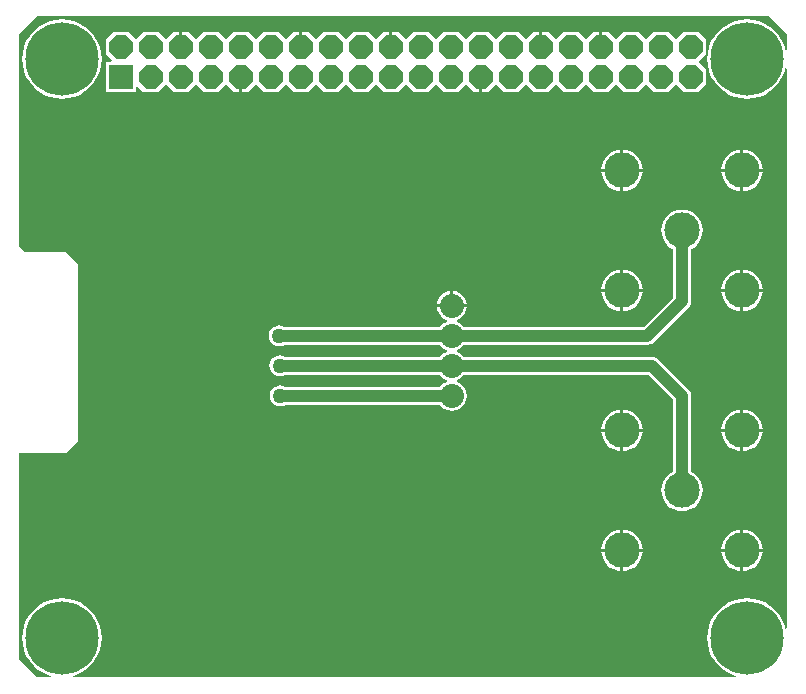
<source format=gbl>
G04 Layer_Physical_Order=2*
G04 Layer_Color=16711680*
%FSLAX43Y43*%
%MOMM*%
G71*
G01*
G75*
%ADD10C,1.000*%
%ADD12C,6.200*%
%ADD13C,2.032*%
%ADD14P,2.199X8X112.5*%
%ADD15R,2.032X2.032*%
%ADD16C,3.000*%
%ADD17C,1.270*%
G36*
X63888Y55647D02*
X64888Y54647D01*
Y54147D01*
Y53299D01*
X64761Y53284D01*
X64700Y53540D01*
X64498Y54027D01*
X64222Y54478D01*
X63879Y54879D01*
X63478Y55222D01*
X63027Y55498D01*
X62540Y55700D01*
X62026Y55823D01*
X61500Y55864D01*
X60974Y55823D01*
X60460Y55700D01*
X59973Y55498D01*
X59522Y55222D01*
X59121Y54879D01*
X58778Y54478D01*
X58502Y54027D01*
X58300Y53540D01*
X58177Y53026D01*
X58136Y52500D01*
X58177Y51974D01*
X58300Y51460D01*
X58502Y50973D01*
X58778Y50522D01*
X59121Y50121D01*
X59522Y49778D01*
X59973Y49502D01*
X60460Y49300D01*
X60974Y49177D01*
X61500Y49136D01*
X62026Y49177D01*
X62540Y49300D01*
X63027Y49502D01*
X63478Y49778D01*
X63879Y50121D01*
X64222Y50522D01*
X64498Y50973D01*
X64700Y51460D01*
X64761Y51716D01*
X64888Y51701D01*
Y4299D01*
X64761Y4284D01*
X64700Y4540D01*
X64498Y5027D01*
X64222Y5478D01*
X63879Y5879D01*
X63478Y6222D01*
X63027Y6498D01*
X62540Y6700D01*
X62026Y6823D01*
X61500Y6864D01*
X60974Y6823D01*
X60460Y6700D01*
X59973Y6498D01*
X59522Y6222D01*
X59121Y5879D01*
X58778Y5478D01*
X58502Y5027D01*
X58300Y4540D01*
X58177Y4026D01*
X58136Y3500D01*
X58177Y2974D01*
X58300Y2460D01*
X58502Y1973D01*
X58778Y1522D01*
X59121Y1121D01*
X59522Y778D01*
X59973Y502D01*
X60460Y300D01*
X60569Y274D01*
X60553Y147D01*
X4447D01*
X4431Y274D01*
X4540Y300D01*
X5027Y502D01*
X5478Y778D01*
X5879Y1121D01*
X6222Y1522D01*
X6498Y1973D01*
X6700Y2460D01*
X6823Y2974D01*
X6864Y3500D01*
X6823Y4026D01*
X6700Y4540D01*
X6498Y5027D01*
X6222Y5478D01*
X5879Y5879D01*
X5478Y6222D01*
X5027Y6498D01*
X4540Y6700D01*
X4026Y6823D01*
X3500Y6864D01*
X2974Y6823D01*
X2460Y6700D01*
X1973Y6498D01*
X1522Y6222D01*
X1121Y5879D01*
X778Y5478D01*
X502Y5027D01*
X300Y4540D01*
X177Y4026D01*
X136Y3500D01*
X177Y2974D01*
X300Y2460D01*
X502Y1973D01*
X778Y1522D01*
X1121Y1121D01*
X1522Y778D01*
X1973Y502D01*
X2460Y300D01*
X2569Y274D01*
X2553Y147D01*
X1388D01*
X-112Y1647D01*
Y19147D01*
X3888D01*
X4388Y19647D01*
X4888Y20147D01*
Y35147D01*
X3888Y36147D01*
X388D01*
Y36147D01*
X-112Y36647D01*
Y53647D01*
Y54647D01*
X1388Y56147D01*
X63388D01*
X63888Y55647D01*
D02*
G37*
%LPC*%
G36*
X57395Y54810D02*
X56125D01*
X55490Y54175D01*
X54855Y54810D01*
X53585D01*
X52950Y54175D01*
X52315Y54810D01*
X51045D01*
X50410Y54175D01*
X49775Y54810D01*
X49267D01*
Y53540D01*
X49013D01*
Y54810D01*
X48505D01*
X47870Y54175D01*
X47235Y54810D01*
X45965D01*
X45330Y54175D01*
X44695Y54810D01*
X44187D01*
Y53540D01*
X43933D01*
Y54810D01*
X43425D01*
X42790Y54175D01*
X42155Y54810D01*
X40885D01*
X40250Y54175D01*
X39615Y54810D01*
X38345D01*
X37710Y54175D01*
X37075Y54810D01*
X35805D01*
X35170Y54175D01*
X34535Y54810D01*
X33265D01*
X32630Y54175D01*
X31995Y54810D01*
X31487D01*
Y53540D01*
X31233D01*
Y54810D01*
X30725D01*
X30090Y54175D01*
X29455Y54810D01*
X28185D01*
X27550Y54175D01*
X26915Y54810D01*
X25645D01*
X25010Y54175D01*
X24375Y54810D01*
X23867D01*
Y53540D01*
X23613D01*
Y54810D01*
X23105D01*
X22470Y54175D01*
X21835Y54810D01*
X20565D01*
X19930Y54175D01*
X19295Y54810D01*
X18025D01*
X17390Y54175D01*
X16755Y54810D01*
X15485D01*
X14850Y54175D01*
X14215Y54810D01*
X13707D01*
Y53540D01*
X13453D01*
Y54810D01*
X12945D01*
X12310Y54175D01*
X11675Y54810D01*
X10405D01*
X9770Y54175D01*
X9135Y54810D01*
X7865D01*
X7230Y54175D01*
Y52905D01*
X7748Y52387D01*
X7699Y52270D01*
X7230D01*
Y49730D01*
X9770D01*
Y50199D01*
X9887Y50248D01*
X10405Y49730D01*
X11675D01*
X12310Y50365D01*
X12945Y49730D01*
X14215D01*
X14850Y50365D01*
X15485Y49730D01*
X16755D01*
X17390Y50365D01*
X18025Y49730D01*
X18533D01*
Y51000D01*
X18787D01*
Y49730D01*
X19295D01*
X19930Y50365D01*
X20565Y49730D01*
X21835D01*
X22470Y50365D01*
X23105Y49730D01*
X24375D01*
X25010Y50365D01*
X25645Y49730D01*
X26915D01*
X27550Y50365D01*
X28185Y49730D01*
X29455D01*
X30090Y50365D01*
X30725Y49730D01*
X31995D01*
X32630Y50365D01*
X33265Y49730D01*
X34535D01*
X35170Y50365D01*
X35805Y49730D01*
X37075D01*
X37710Y50365D01*
X38345Y49730D01*
X38853D01*
Y51000D01*
X39107D01*
Y49730D01*
X39615D01*
X40250Y50365D01*
X40885Y49730D01*
X42155D01*
X42790Y50365D01*
X43425Y49730D01*
X44695D01*
X45330Y50365D01*
X45965Y49730D01*
X47235D01*
X47870Y50365D01*
X48505Y49730D01*
X49775D01*
X50410Y50365D01*
X51045Y49730D01*
X52315D01*
X52950Y50365D01*
X53585Y49730D01*
X54855D01*
X55490Y50365D01*
X56125Y49730D01*
X57395D01*
X58030Y50365D01*
Y51635D01*
X57395Y52270D01*
X58030Y52905D01*
Y54175D01*
X57395Y54810D01*
D02*
G37*
G36*
X3500Y55864D02*
X2974Y55823D01*
X2460Y55700D01*
X1973Y55498D01*
X1522Y55222D01*
X1121Y54879D01*
X778Y54478D01*
X502Y54027D01*
X300Y53540D01*
X177Y53026D01*
X136Y52500D01*
X177Y51974D01*
X300Y51460D01*
X502Y50973D01*
X778Y50522D01*
X1121Y50121D01*
X1522Y49778D01*
X1973Y49502D01*
X2460Y49300D01*
X2974Y49177D01*
X3500Y49136D01*
X4026Y49177D01*
X4540Y49300D01*
X5027Y49502D01*
X5478Y49778D01*
X5879Y50121D01*
X6222Y50522D01*
X6498Y50973D01*
X6700Y51460D01*
X6823Y51974D01*
X6864Y52500D01*
X6823Y53026D01*
X6700Y53540D01*
X6498Y54027D01*
X6222Y54478D01*
X5879Y54879D01*
X5478Y55222D01*
X5027Y55498D01*
X4540Y55700D01*
X4026Y55823D01*
X3500Y55864D01*
D02*
G37*
G36*
X61207Y44830D02*
Y43207D01*
X62830D01*
X62809Y43424D01*
X62708Y43754D01*
X62545Y44059D01*
X62326Y44326D01*
X62059Y44545D01*
X61754Y44708D01*
X61424Y44809D01*
X61207Y44830D01*
D02*
G37*
G36*
X60953D02*
X60736Y44809D01*
X60406Y44708D01*
X60101Y44545D01*
X59834Y44326D01*
X59615Y44059D01*
X59452Y43754D01*
X59351Y43424D01*
X59330Y43207D01*
X60953D01*
Y44830D01*
D02*
G37*
G36*
X51047D02*
Y43207D01*
X52670D01*
X52649Y43424D01*
X52548Y43754D01*
X52385Y44059D01*
X52166Y44326D01*
X51899Y44545D01*
X51594Y44708D01*
X51264Y44809D01*
X51047Y44830D01*
D02*
G37*
G36*
X50793D02*
X50576Y44809D01*
X50246Y44708D01*
X49941Y44545D01*
X49674Y44326D01*
X49455Y44059D01*
X49292Y43754D01*
X49191Y43424D01*
X49170Y43207D01*
X50793D01*
Y44830D01*
D02*
G37*
G36*
X62830Y42953D02*
X61207D01*
Y41330D01*
X61424Y41351D01*
X61754Y41452D01*
X62059Y41615D01*
X62326Y41834D01*
X62545Y42101D01*
X62708Y42406D01*
X62809Y42736D01*
X62830Y42953D01*
D02*
G37*
G36*
X60953D02*
X59330D01*
X59351Y42736D01*
X59452Y42406D01*
X59615Y42101D01*
X59834Y41834D01*
X60101Y41615D01*
X60406Y41452D01*
X60736Y41351D01*
X60953Y41330D01*
Y42953D01*
D02*
G37*
G36*
X52670D02*
X51047D01*
Y41330D01*
X51264Y41351D01*
X51594Y41452D01*
X51899Y41615D01*
X52166Y41834D01*
X52385Y42101D01*
X52548Y42406D01*
X52649Y42736D01*
X52670Y42953D01*
D02*
G37*
G36*
X50793D02*
X49170D01*
X49191Y42736D01*
X49292Y42406D01*
X49455Y42101D01*
X49674Y41834D01*
X49941Y41615D01*
X50246Y41452D01*
X50576Y41351D01*
X50793Y41330D01*
Y42953D01*
D02*
G37*
G36*
X61207Y34670D02*
Y33047D01*
X62830D01*
X62809Y33264D01*
X62708Y33594D01*
X62545Y33899D01*
X62326Y34166D01*
X62059Y34385D01*
X61754Y34548D01*
X61424Y34649D01*
X61207Y34670D01*
D02*
G37*
G36*
X60953D02*
X60736Y34649D01*
X60406Y34548D01*
X60101Y34385D01*
X59834Y34166D01*
X59615Y33899D01*
X59452Y33594D01*
X59351Y33264D01*
X59330Y33047D01*
X60953D01*
Y34670D01*
D02*
G37*
G36*
X51047D02*
Y33047D01*
X52670D01*
X52649Y33264D01*
X52548Y33594D01*
X52385Y33899D01*
X52166Y34166D01*
X51899Y34385D01*
X51594Y34548D01*
X51264Y34649D01*
X51047Y34670D01*
D02*
G37*
G36*
X50793D02*
X50576Y34649D01*
X50246Y34548D01*
X49941Y34385D01*
X49674Y34166D01*
X49455Y33899D01*
X49292Y33594D01*
X49191Y33264D01*
X49170Y33047D01*
X50793D01*
Y34670D01*
D02*
G37*
G36*
X36627Y32884D02*
Y31747D01*
X37764D01*
X37737Y31952D01*
X37609Y32260D01*
X37406Y32526D01*
X37140Y32729D01*
X36832Y32857D01*
X36627Y32884D01*
D02*
G37*
G36*
X36373Y32884D02*
X36168Y32857D01*
X35860Y32729D01*
X35594Y32526D01*
X35391Y32260D01*
X35263Y31952D01*
X35236Y31747D01*
X36373D01*
Y32884D01*
D02*
G37*
G36*
X62830Y32793D02*
X61207D01*
Y31170D01*
X61424Y31191D01*
X61754Y31292D01*
X62059Y31455D01*
X62326Y31674D01*
X62545Y31941D01*
X62708Y32246D01*
X62809Y32576D01*
X62830Y32793D01*
D02*
G37*
G36*
X60953D02*
X59330D01*
X59351Y32576D01*
X59452Y32246D01*
X59615Y31941D01*
X59834Y31674D01*
X60101Y31455D01*
X60406Y31292D01*
X60736Y31191D01*
X60953Y31170D01*
Y32793D01*
D02*
G37*
G36*
X52670D02*
X51047D01*
Y31170D01*
X51264Y31191D01*
X51594Y31292D01*
X51899Y31455D01*
X52166Y31674D01*
X52385Y31941D01*
X52548Y32246D01*
X52649Y32576D01*
X52670Y32793D01*
D02*
G37*
G36*
X50793D02*
X49170D01*
X49191Y32576D01*
X49292Y32246D01*
X49455Y31941D01*
X49674Y31674D01*
X49941Y31455D01*
X50246Y31292D01*
X50576Y31191D01*
X50793Y31170D01*
Y32793D01*
D02*
G37*
G36*
X56000Y39762D02*
X55656Y39729D01*
X55326Y39628D01*
X55021Y39465D01*
X54754Y39246D01*
X54535Y38979D01*
X54372Y38674D01*
X54271Y38344D01*
X54238Y38000D01*
X54271Y37656D01*
X54372Y37326D01*
X54535Y37021D01*
X54754Y36754D01*
X55021Y36535D01*
X55239Y36418D01*
Y32315D01*
X52765Y29841D01*
X37517D01*
X37406Y29986D01*
X37140Y30189D01*
X36919Y30281D01*
Y30419D01*
X37140Y30511D01*
X37406Y30714D01*
X37609Y30980D01*
X37737Y31288D01*
X37764Y31493D01*
X36500D01*
X35236D01*
X35263Y31288D01*
X35391Y30980D01*
X35594Y30714D01*
X35860Y30511D01*
X36081Y30419D01*
Y30281D01*
X35860Y30189D01*
X35594Y29986D01*
X35483Y29841D01*
X22389D01*
X22368Y29857D01*
X22152Y29946D01*
X21920Y29977D01*
X21688Y29946D01*
X21472Y29857D01*
X21286Y29714D01*
X21143Y29528D01*
X21054Y29312D01*
X21023Y29080D01*
X21054Y28848D01*
X21143Y28632D01*
X21286Y28446D01*
X21472Y28303D01*
X21688Y28214D01*
X21920Y28183D01*
X22152Y28214D01*
X22368Y28303D01*
X22389Y28319D01*
X35483D01*
X35594Y28174D01*
X35860Y27971D01*
X36081Y27879D01*
Y27741D01*
X35860Y27649D01*
X35594Y27446D01*
X35483Y27301D01*
X22429D01*
X22408Y27317D01*
X22192Y27406D01*
X21960Y27437D01*
X21728Y27406D01*
X21512Y27317D01*
X21326Y27174D01*
X21183Y26988D01*
X21094Y26772D01*
X21063Y26540D01*
X21094Y26308D01*
X21183Y26092D01*
X21326Y25906D01*
X21512Y25763D01*
X21728Y25674D01*
X21960Y25643D01*
X22192Y25674D01*
X22408Y25763D01*
X22429Y25779D01*
X35483D01*
X35594Y25634D01*
X35860Y25431D01*
X36081Y25339D01*
Y25201D01*
X35860Y25109D01*
X35594Y24906D01*
X35483Y24761D01*
X22469D01*
X22448Y24777D01*
X22232Y24866D01*
X22000Y24897D01*
X21768Y24866D01*
X21552Y24777D01*
X21366Y24634D01*
X21223Y24448D01*
X21134Y24232D01*
X21103Y24000D01*
X21134Y23768D01*
X21223Y23552D01*
X21366Y23366D01*
X21552Y23223D01*
X21768Y23134D01*
X22000Y23103D01*
X22232Y23134D01*
X22448Y23223D01*
X22469Y23239D01*
X35483D01*
X35594Y23094D01*
X35860Y22891D01*
X36168Y22763D01*
X36500Y22719D01*
X36832Y22763D01*
X37140Y22891D01*
X37406Y23094D01*
X37609Y23360D01*
X37737Y23668D01*
X37781Y24000D01*
X37737Y24332D01*
X37609Y24640D01*
X37406Y24906D01*
X37140Y25109D01*
X36919Y25201D01*
Y25339D01*
X37140Y25431D01*
X37406Y25634D01*
X37517Y25779D01*
X53145D01*
X55239Y23685D01*
Y17582D01*
X55021Y17465D01*
X54754Y17246D01*
X54535Y16979D01*
X54372Y16674D01*
X54271Y16344D01*
X54238Y16000D01*
X54271Y15656D01*
X54372Y15326D01*
X54535Y15021D01*
X54754Y14754D01*
X55021Y14535D01*
X55326Y14372D01*
X55656Y14271D01*
X56000Y14238D01*
X56344Y14271D01*
X56674Y14372D01*
X56979Y14535D01*
X57246Y14754D01*
X57465Y15021D01*
X57628Y15326D01*
X57729Y15656D01*
X57762Y16000D01*
X57729Y16344D01*
X57628Y16674D01*
X57465Y16979D01*
X57246Y17246D01*
X56979Y17465D01*
X56761Y17582D01*
Y24000D01*
X56735Y24197D01*
X56659Y24380D01*
X56538Y24538D01*
X53998Y27078D01*
X53840Y27199D01*
X53657Y27275D01*
X53460Y27301D01*
X37517D01*
X37406Y27446D01*
X37140Y27649D01*
X36919Y27741D01*
Y27879D01*
X37140Y27971D01*
X37406Y28174D01*
X37517Y28319D01*
X53080D01*
X53277Y28345D01*
X53460Y28421D01*
X53618Y28542D01*
X56538Y31462D01*
X56659Y31620D01*
X56735Y31803D01*
X56761Y32000D01*
Y36418D01*
X56979Y36535D01*
X57246Y36754D01*
X57465Y37021D01*
X57628Y37326D01*
X57729Y37656D01*
X57762Y38000D01*
X57729Y38344D01*
X57628Y38674D01*
X57465Y38979D01*
X57246Y39246D01*
X56979Y39465D01*
X56674Y39628D01*
X56344Y39729D01*
X56000Y39762D01*
D02*
G37*
G36*
X61207Y22830D02*
Y21207D01*
X62830D01*
X62809Y21424D01*
X62708Y21754D01*
X62545Y22059D01*
X62326Y22326D01*
X62059Y22545D01*
X61754Y22708D01*
X61424Y22809D01*
X61207Y22830D01*
D02*
G37*
G36*
X60953D02*
X60736Y22809D01*
X60406Y22708D01*
X60101Y22545D01*
X59834Y22326D01*
X59615Y22059D01*
X59452Y21754D01*
X59351Y21424D01*
X59330Y21207D01*
X60953D01*
Y22830D01*
D02*
G37*
G36*
X51047D02*
Y21207D01*
X52670D01*
X52649Y21424D01*
X52548Y21754D01*
X52385Y22059D01*
X52166Y22326D01*
X51899Y22545D01*
X51594Y22708D01*
X51264Y22809D01*
X51047Y22830D01*
D02*
G37*
G36*
X50793D02*
X50576Y22809D01*
X50246Y22708D01*
X49941Y22545D01*
X49674Y22326D01*
X49455Y22059D01*
X49292Y21754D01*
X49191Y21424D01*
X49170Y21207D01*
X50793D01*
Y22830D01*
D02*
G37*
G36*
X62830Y20953D02*
X61207D01*
Y19330D01*
X61424Y19351D01*
X61754Y19452D01*
X62059Y19615D01*
X62326Y19834D01*
X62545Y20101D01*
X62708Y20406D01*
X62809Y20736D01*
X62830Y20953D01*
D02*
G37*
G36*
X60953D02*
X59330D01*
X59351Y20736D01*
X59452Y20406D01*
X59615Y20101D01*
X59834Y19834D01*
X60101Y19615D01*
X60406Y19452D01*
X60736Y19351D01*
X60953Y19330D01*
Y20953D01*
D02*
G37*
G36*
X52670D02*
X51047D01*
Y19330D01*
X51264Y19351D01*
X51594Y19452D01*
X51899Y19615D01*
X52166Y19834D01*
X52385Y20101D01*
X52548Y20406D01*
X52649Y20736D01*
X52670Y20953D01*
D02*
G37*
G36*
X50793D02*
X49170D01*
X49191Y20736D01*
X49292Y20406D01*
X49455Y20101D01*
X49674Y19834D01*
X49941Y19615D01*
X50246Y19452D01*
X50576Y19351D01*
X50793Y19330D01*
Y20953D01*
D02*
G37*
G36*
X61207Y12670D02*
Y11047D01*
X62830D01*
X62809Y11264D01*
X62708Y11594D01*
X62545Y11899D01*
X62326Y12166D01*
X62059Y12385D01*
X61754Y12548D01*
X61424Y12649D01*
X61207Y12670D01*
D02*
G37*
G36*
X60953D02*
X60736Y12649D01*
X60406Y12548D01*
X60101Y12385D01*
X59834Y12166D01*
X59615Y11899D01*
X59452Y11594D01*
X59351Y11264D01*
X59330Y11047D01*
X60953D01*
Y12670D01*
D02*
G37*
G36*
X51047D02*
Y11047D01*
X52670D01*
X52649Y11264D01*
X52548Y11594D01*
X52385Y11899D01*
X52166Y12166D01*
X51899Y12385D01*
X51594Y12548D01*
X51264Y12649D01*
X51047Y12670D01*
D02*
G37*
G36*
X50793D02*
X50576Y12649D01*
X50246Y12548D01*
X49941Y12385D01*
X49674Y12166D01*
X49455Y11899D01*
X49292Y11594D01*
X49191Y11264D01*
X49170Y11047D01*
X50793D01*
Y12670D01*
D02*
G37*
G36*
X62830Y10793D02*
X61207D01*
Y9170D01*
X61424Y9191D01*
X61754Y9292D01*
X62059Y9455D01*
X62326Y9674D01*
X62545Y9941D01*
X62708Y10246D01*
X62809Y10576D01*
X62830Y10793D01*
D02*
G37*
G36*
X60953D02*
X59330D01*
X59351Y10576D01*
X59452Y10246D01*
X59615Y9941D01*
X59834Y9674D01*
X60101Y9455D01*
X60406Y9292D01*
X60736Y9191D01*
X60953Y9170D01*
Y10793D01*
D02*
G37*
G36*
X52670D02*
X51047D01*
Y9170D01*
X51264Y9191D01*
X51594Y9292D01*
X51899Y9455D01*
X52166Y9674D01*
X52385Y9941D01*
X52548Y10246D01*
X52649Y10576D01*
X52670Y10793D01*
D02*
G37*
G36*
X50793D02*
X49170D01*
X49191Y10576D01*
X49292Y10246D01*
X49455Y9941D01*
X49674Y9674D01*
X49941Y9455D01*
X50246Y9292D01*
X50576Y9191D01*
X50793Y9170D01*
Y10793D01*
D02*
G37*
%LPD*%
D10*
X22000Y24000D02*
X36500D01*
X21960Y26540D02*
X36500D01*
X21920Y29080D02*
X36500D01*
X56000Y16000D02*
Y24000D01*
X53460Y26540D02*
X56000Y24000D01*
X36500Y26540D02*
X53460D01*
X56000Y32000D02*
Y38000D01*
X53080Y29080D02*
X56000Y32000D01*
X36500Y29080D02*
X53080D01*
D12*
X3500Y52500D02*
D03*
X61500D02*
D03*
Y3500D02*
D03*
X3500D02*
D03*
D13*
X36500Y31620D02*
D03*
Y29080D02*
D03*
Y26540D02*
D03*
Y24000D02*
D03*
D14*
X31360Y53540D02*
D03*
Y51000D02*
D03*
X28820Y53540D02*
D03*
Y51000D02*
D03*
X26280Y53540D02*
D03*
Y51000D02*
D03*
X23740Y53540D02*
D03*
Y51000D02*
D03*
X21200Y53540D02*
D03*
Y51000D02*
D03*
X18660Y53540D02*
D03*
Y51000D02*
D03*
X16120Y53540D02*
D03*
Y51000D02*
D03*
X13580Y53540D02*
D03*
Y51000D02*
D03*
X11040Y53540D02*
D03*
Y51000D02*
D03*
X8500Y53540D02*
D03*
X33900Y51000D02*
D03*
Y53540D02*
D03*
X36440Y51000D02*
D03*
Y53540D02*
D03*
X38980D02*
D03*
Y51000D02*
D03*
X56760D02*
D03*
Y53540D02*
D03*
X54220D02*
D03*
Y51000D02*
D03*
X51680Y53540D02*
D03*
Y51000D02*
D03*
X41520D02*
D03*
Y53540D02*
D03*
X44060Y51000D02*
D03*
Y53540D02*
D03*
X46600Y51000D02*
D03*
Y53540D02*
D03*
X49140Y51000D02*
D03*
Y53540D02*
D03*
D15*
X8500Y51000D02*
D03*
D16*
X50920Y10920D02*
D03*
X61080D02*
D03*
Y21080D02*
D03*
X50920D02*
D03*
X56000Y16000D02*
D03*
X50920Y32920D02*
D03*
X61080D02*
D03*
Y43080D02*
D03*
X50920D02*
D03*
X56000Y38000D02*
D03*
D17*
X22000Y24000D02*
D03*
X21960Y26540D02*
D03*
X21920Y29080D02*
D03*
M02*

</source>
